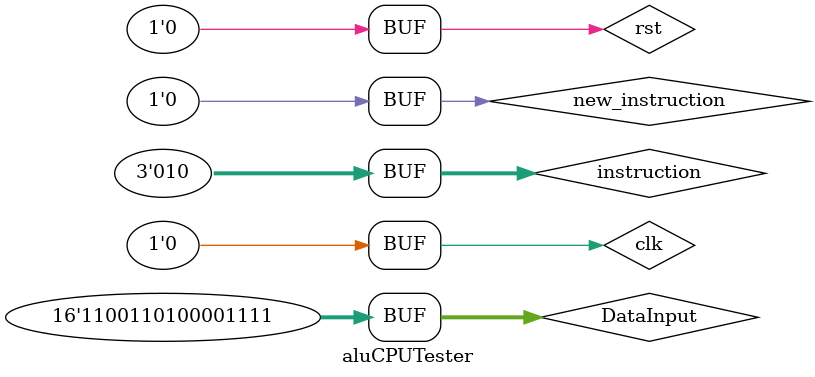
<source format=v>


`timescale 1ns/100ps

module aluCPUTester;
  
  // Declare all inputs and outputs:
  
  reg [15:0] DataInput;
  reg  [2:0] instruction;
  reg clk, new_instruction, rst;
  
  wire [15:0] DataOutput;
  wire ready;
  
  // Instantiate an aluCPU module:
  
  aluCPU UUT (DataInput, instruction, clk, new_instruction, rst,
              DataOutput, ready);
  
  initial begin
    
    DataInput = 0;
    clk = 0;
    instruction = 0;
    new_instruction = 0;
    rst = 1;
    
  end
  
  initial repeat (36) #25 clk = ~clk;
  
  initial begin
    
    rst <= #50 0;
    
    // 000: Clear the accumulator.
    
    new_instruction <= #50   1;
    new_instruction <= #100  0;
    
    // 001: Increment the accumulator.
    
    instruction     <= #150 3'b011;
    new_instruction <= #150 1;
    new_instruction <= #200 0;
    
    // 101: Complement the accumulator.
    
    instruction     <= #250 3'b101;
    new_instruction <= #250 1;
    new_instruction <= #300 0;
    
    // 110: Multiply and store in the accumulator.
    
    instruction     <= #350 3'b110;
    DataInput       <= #350 16'b11001101_00000000;
    new_instruction <= #350 1;
    new_instruction <= #400 0;
    
    // 001: Right shift on the accumulator.
    
    instruction     <= #500 3'b001;
    new_instruction <= #500 1;
    new_instruction <= #550 0;
    
    // 001: Swap MSB's and LSB's of the accumulator.
    
    instruction     <= #600 3'b100;
    new_instruction <= #600 1;
    new_instruction <= #650 0;
    
    // 010: Add input to the accumulator.
    
    instruction     <= #700 3'b010;
    DataInput       <= #700 16'b11001101_00001111;
    new_instruction <= #700 1;
    new_instruction <= #750 0;
    
  end

endmodule

</source>
